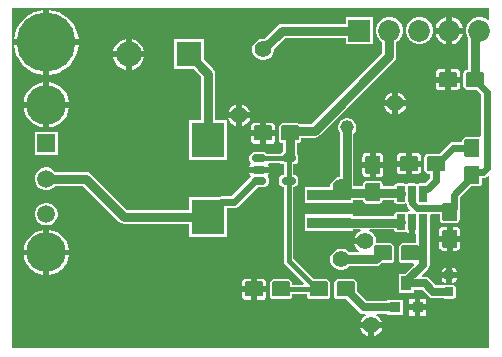
<source format=gbr>
%TF.GenerationSoftware,Altium Limited,Altium Designer,24.0.1 (36)*%
G04 Layer_Physical_Order=1*
G04 Layer_Color=255*
%FSLAX45Y45*%
%MOMM*%
%TF.SameCoordinates,EA0AF7FB-948C-45CD-8237-9CE77542C851*%
%TF.FilePolarity,Positive*%
%TF.FileFunction,Copper,L1,Top,Signal*%
%TF.Part,Single*%
G01*
G75*
%TA.AperFunction,SMDPad,CuDef*%
G04:AMPARAMS|DCode=10|XSize=1.524mm|YSize=1.27mm|CornerRadius=0.09525mm|HoleSize=0mm|Usage=FLASHONLY|Rotation=0.000|XOffset=0mm|YOffset=0mm|HoleType=Round|Shape=RoundedRectangle|*
%AMROUNDEDRECTD10*
21,1,1.52400,1.07950,0,0,0.0*
21,1,1.33350,1.27000,0,0,0.0*
1,1,0.19050,0.66675,-0.53975*
1,1,0.19050,-0.66675,-0.53975*
1,1,0.19050,-0.66675,0.53975*
1,1,0.19050,0.66675,0.53975*
%
%ADD10ROUNDEDRECTD10*%
G04:AMPARAMS|DCode=11|XSize=0.762mm|YSize=0.762mm|CornerRadius=0.0381mm|HoleSize=0mm|Usage=FLASHONLY|Rotation=90.000|XOffset=0mm|YOffset=0mm|HoleType=Round|Shape=RoundedRectangle|*
%AMROUNDEDRECTD11*
21,1,0.76200,0.68580,0,0,90.0*
21,1,0.68580,0.76200,0,0,90.0*
1,1,0.07620,0.34290,0.34290*
1,1,0.07620,0.34290,-0.34290*
1,1,0.07620,-0.34290,-0.34290*
1,1,0.07620,-0.34290,0.34290*
%
%ADD11ROUNDEDRECTD11*%
%ADD12R,0.91440X0.91440*%
%ADD13R,0.91440X1.27000*%
%ADD14R,3.70000X0.97000*%
G04:AMPARAMS|DCode=15|XSize=0.7mm|YSize=1.3mm|CornerRadius=0.0525mm|HoleSize=0mm|Usage=FLASHONLY|Rotation=180.000|XOffset=0mm|YOffset=0mm|HoleType=Round|Shape=RoundedRectangle|*
%AMROUNDEDRECTD15*
21,1,0.70000,1.19500,0,0,180.0*
21,1,0.59500,1.30000,0,0,180.0*
1,1,0.10500,-0.29750,0.59750*
1,1,0.10500,0.29750,0.59750*
1,1,0.10500,0.29750,-0.59750*
1,1,0.10500,-0.29750,-0.59750*
%
%ADD15ROUNDEDRECTD15*%
G04:AMPARAMS|DCode=16|XSize=1.524mm|YSize=1.27mm|CornerRadius=0.09525mm|HoleSize=0mm|Usage=FLASHONLY|Rotation=90.000|XOffset=0mm|YOffset=0mm|HoleType=Round|Shape=RoundedRectangle|*
%AMROUNDEDRECTD16*
21,1,1.52400,1.07950,0,0,90.0*
21,1,1.33350,1.27000,0,0,90.0*
1,1,0.19050,0.53975,0.66675*
1,1,0.19050,0.53975,-0.66675*
1,1,0.19050,-0.53975,-0.66675*
1,1,0.19050,-0.53975,0.66675*
%
%ADD16ROUNDEDRECTD16*%
G04:AMPARAMS|DCode=17|XSize=1.22mm|YSize=0.6mm|CornerRadius=0.15mm|HoleSize=0mm|Usage=FLASHONLY|Rotation=0.000|XOffset=0mm|YOffset=0mm|HoleType=Round|Shape=RoundedRectangle|*
%AMROUNDEDRECTD17*
21,1,1.22000,0.30000,0,0,0.0*
21,1,0.92000,0.60000,0,0,0.0*
1,1,0.30000,0.46000,-0.15000*
1,1,0.30000,-0.46000,-0.15000*
1,1,0.30000,-0.46000,0.15000*
1,1,0.30000,0.46000,0.15000*
%
%ADD17ROUNDEDRECTD17*%
%ADD18R,2.80000X3.00000*%
%TA.AperFunction,Conductor*%
%ADD19C,0.75000*%
%ADD20C,0.40000*%
%ADD21C,0.70000*%
%ADD22C,0.60000*%
%ADD23C,0.50000*%
%TA.AperFunction,ComponentPad*%
%ADD24R,1.51500X1.51500*%
%ADD25C,1.51500*%
%ADD26C,3.36000*%
%ADD27C,1.85000*%
%ADD28R,1.85000X1.85000*%
%ADD29R,2.15000X2.15000*%
%ADD30C,2.15000*%
%ADD31C,5.00000*%
%TA.AperFunction,ViaPad*%
%ADD32C,1.40000*%
%ADD33C,1.15000*%
G36*
X4099374Y2842319D02*
X4087641Y2837459D01*
X4085077Y2840023D01*
X4059423Y2854833D01*
X4030811Y2862500D01*
X4001189D01*
X3972577Y2854833D01*
X3946924Y2840023D01*
X3925978Y2819077D01*
X3911167Y2793423D01*
X3903500Y2764811D01*
Y2735189D01*
X3911167Y2706577D01*
X3920410Y2690566D01*
X3918599Y2681460D01*
Y2419279D01*
X3910550D01*
X3899031Y2416987D01*
X3889264Y2410462D01*
X3882739Y2400695D01*
X3880447Y2389176D01*
Y2281226D01*
X3882739Y2269706D01*
X3889264Y2259939D01*
X3899031Y2253414D01*
X3910550Y2251122D01*
X3989208D01*
X4029521Y2210809D01*
Y1859964D01*
X4016821Y1851708D01*
X4010906Y1852884D01*
X3902956D01*
X3891436Y1850593D01*
X3881670Y1844067D01*
X3875144Y1834301D01*
X3872853Y1822781D01*
Y1807086D01*
X3791831D01*
X3772322Y1803205D01*
X3755783Y1792154D01*
X3671708Y1708079D01*
X3580350D01*
X3568831Y1705787D01*
X3559064Y1699262D01*
X3552539Y1689495D01*
X3550247Y1677976D01*
Y1570026D01*
X3552539Y1558506D01*
X3559064Y1548739D01*
X3568831Y1542214D01*
X3580350Y1539922D01*
X3596046D01*
Y1499317D01*
X3552709Y1455980D01*
X3543826D01*
X3541387Y1455495D01*
X3509075D01*
X3499223Y1453536D01*
X3491326Y1448258D01*
X3483428Y1453536D01*
X3473575Y1455495D01*
X3414075D01*
X3404223Y1453536D01*
X3396325Y1448258D01*
X3388428Y1453536D01*
X3378575Y1455495D01*
X3319075D01*
X3309223Y1453536D01*
X3300871Y1447955D01*
X3295290Y1439603D01*
X3294370Y1434977D01*
X3197704D01*
Y1449376D01*
X3195412Y1460895D01*
X3188887Y1470662D01*
X3179120Y1477187D01*
X3167600Y1479479D01*
X3059650D01*
X3048131Y1477187D01*
X3038364Y1470662D01*
X3031839Y1460895D01*
X3029547Y1449376D01*
Y1430477D01*
X2949787D01*
Y1874985D01*
X2957615Y1882814D01*
X2967819Y1900486D01*
X2973100Y1920197D01*
Y1940603D01*
X2967819Y1960314D01*
X2957615Y1977986D01*
X2943186Y1992415D01*
X2925514Y2002619D01*
X2905803Y2007900D01*
X2885397D01*
X2865686Y2002619D01*
X2848014Y1992415D01*
X2833585Y1977986D01*
X2823381Y1960314D01*
X2818100Y1940603D01*
Y1920197D01*
X2823381Y1900486D01*
X2832534Y1884634D01*
Y1512288D01*
X2810061Y1506266D01*
X2789539Y1494418D01*
X2772782Y1477661D01*
X2760934Y1457139D01*
X2754800Y1434249D01*
Y1429501D01*
X2538660D01*
Y1292501D01*
X2948660D01*
Y1313224D01*
X3030104D01*
X3031839Y1304506D01*
X3038364Y1294739D01*
X3048131Y1288214D01*
X3059650Y1285922D01*
X3167600D01*
X3179120Y1288214D01*
X3188887Y1294739D01*
X3195412Y1304506D01*
X3197704Y1316026D01*
Y1317724D01*
X3293331D01*
Y1310251D01*
X3295290Y1300398D01*
X3300871Y1292046D01*
X3309223Y1286466D01*
X3319075Y1284506D01*
X3378575D01*
X3385741Y1285931D01*
X3388690Y1286281D01*
X3399581Y1278644D01*
X3401727Y1267858D01*
X3412778Y1251319D01*
X3431771Y1232326D01*
X3426911Y1220593D01*
X3414075D01*
X3402273Y1218245D01*
X3392267Y1211560D01*
X3391587Y1211424D01*
X3388428Y1213536D01*
X3378575Y1215495D01*
X3319075D01*
X3309223Y1213536D01*
X3300871Y1207955D01*
X3295290Y1199603D01*
X3293331Y1189750D01*
Y1183627D01*
X2948660D01*
Y1193501D01*
X2538660D01*
Y1056501D01*
X2948660D01*
Y1066374D01*
X3009467D01*
X3011331Y1053726D01*
X2989669Y1041219D01*
X2971981Y1023531D01*
X2959474Y1001868D01*
X2956348Y990200D01*
X3048000D01*
Y940200D01*
X2956348D01*
X2959474Y928532D01*
X2971981Y906869D01*
X2989669Y889181D01*
X2998424Y884127D01*
X2995021Y871427D01*
X2913452D01*
X2900061Y884818D01*
X2879539Y896666D01*
X2856649Y902800D01*
X2832951D01*
X2810061Y896666D01*
X2789539Y884818D01*
X2772782Y868061D01*
X2760934Y847539D01*
X2754800Y824649D01*
Y800951D01*
X2760934Y778061D01*
X2772782Y757539D01*
X2789539Y740782D01*
X2810061Y728934D01*
X2832951Y722800D01*
X2856649D01*
X2879539Y728934D01*
X2900061Y740782D01*
X2913452Y754173D01*
X3136900D01*
X3159335Y758636D01*
X3178355Y771345D01*
X3186532Y779522D01*
X3267075D01*
X3278595Y781813D01*
X3288361Y788339D01*
X3294887Y798105D01*
X3297178Y809625D01*
Y917575D01*
X3294887Y929095D01*
X3288361Y938861D01*
X3278595Y945387D01*
X3267075Y947678D01*
X3146848D01*
X3143000Y952693D01*
Y977707D01*
X3136526Y1001868D01*
X3124019Y1023531D01*
X3106331Y1041219D01*
X3084669Y1053726D01*
X3086533Y1066374D01*
X3294102D01*
X3295290Y1060398D01*
X3300871Y1052046D01*
X3309223Y1046466D01*
X3319075Y1044506D01*
X3378575D01*
X3388428Y1046466D01*
X3391587Y1048577D01*
X3392267Y1048441D01*
X3402273Y1041756D01*
X3414075Y1039408D01*
X3418826D01*
Y1130001D01*
X3468825D01*
Y1039408D01*
X3473575D01*
X3482748Y1031880D01*
Y947678D01*
X3362325D01*
X3350805Y945387D01*
X3341039Y938861D01*
X3334513Y929095D01*
X3332222Y917575D01*
Y809625D01*
X3334513Y798105D01*
X3341039Y788339D01*
X3350805Y781813D01*
X3362325Y779522D01*
X3454763D01*
X3459623Y767788D01*
X3384935Y693100D01*
X3332800D01*
Y526100D01*
X3464240D01*
Y553523D01*
X3532772D01*
X3586197Y500097D01*
X3604390Y487941D01*
X3625850Y483673D01*
X3714661D01*
X3715620Y483032D01*
X3724910Y481184D01*
X3793490D01*
X3802780Y483032D01*
X3810656Y488294D01*
X3815918Y496170D01*
X3817766Y505460D01*
Y574040D01*
X3815918Y583330D01*
X3810656Y591206D01*
X3802780Y596468D01*
X3793490Y598316D01*
X3724910D01*
X3715620Y596468D01*
X3714661Y595827D01*
X3649078D01*
X3595653Y649253D01*
X3577460Y661409D01*
X3556000Y665677D01*
X3532716D01*
X3527856Y677411D01*
X3578478Y728033D01*
X3590634Y746226D01*
X3594903Y767685D01*
Y863600D01*
Y1130001D01*
X3594320Y1132930D01*
Y1189750D01*
X3604983Y1201240D01*
X3679712D01*
Y1150926D01*
X3682004Y1139406D01*
X3688530Y1129639D01*
X3698296Y1123114D01*
X3709816Y1120822D01*
X3817766D01*
X3829286Y1123114D01*
X3839052Y1129639D01*
X3845578Y1139406D01*
X3847869Y1150926D01*
Y1249083D01*
X3848270Y1251101D01*
Y1334050D01*
X3944948Y1430728D01*
X4010906D01*
X4022426Y1433019D01*
X4032192Y1439545D01*
X4038718Y1449311D01*
X4041009Y1460831D01*
Y1498420D01*
X4045353D01*
X4064862Y1502301D01*
X4081401Y1513352D01*
X4087641Y1519592D01*
X4099374Y1514731D01*
Y750000D01*
Y58627D01*
X58627D01*
Y2941374D01*
X4099374D01*
Y2842319D01*
D02*
G37*
%LPC*%
G36*
X3787000Y2864946D02*
Y2775000D01*
X3876946D01*
X3871493Y2795353D01*
X3856024Y2822147D01*
X3834147Y2844024D01*
X3807353Y2859493D01*
X3787000Y2864946D01*
D02*
G37*
G36*
X3737000D02*
X3716647Y2859493D01*
X3689853Y2844024D01*
X3667977Y2822147D01*
X3652508Y2795353D01*
X3647054Y2775000D01*
X3737000D01*
Y2864946D01*
D02*
G37*
G36*
X375000Y2924468D02*
Y2675000D01*
X624468D01*
X618229Y2714396D01*
X604852Y2755563D01*
X585201Y2794132D01*
X559758Y2829151D01*
X529151Y2859758D01*
X494132Y2885201D01*
X455563Y2904852D01*
X414396Y2918229D01*
X375000Y2924468D01*
D02*
G37*
G36*
X325000D02*
X285604Y2918229D01*
X244437Y2904852D01*
X205869Y2885201D01*
X170850Y2859758D01*
X140242Y2829151D01*
X114799Y2794132D01*
X95148Y2755563D01*
X81771Y2714396D01*
X75532Y2675000D01*
X325000D01*
Y2924468D01*
D02*
G37*
G36*
X3522811Y2862500D02*
X3493189D01*
X3464577Y2854833D01*
X3438924Y2840023D01*
X3417978Y2819077D01*
X3403167Y2793423D01*
X3395500Y2764811D01*
Y2735189D01*
X3403167Y2706577D01*
X3417978Y2680924D01*
X3438924Y2659978D01*
X3464577Y2645167D01*
X3493189Y2637500D01*
X3522811D01*
X3551423Y2645167D01*
X3577077Y2659978D01*
X3598023Y2680924D01*
X3612833Y2706577D01*
X3620500Y2735189D01*
Y2764811D01*
X3612833Y2793423D01*
X3598023Y2819077D01*
X3577077Y2840023D01*
X3551423Y2854833D01*
X3522811Y2862500D01*
D02*
G37*
G36*
X3112500D02*
X2887500D01*
Y2808627D01*
X2343600D01*
X2321165Y2804164D01*
X2302145Y2791455D01*
X2191490Y2680800D01*
X2172551D01*
X2149661Y2674666D01*
X2129139Y2662818D01*
X2112382Y2646061D01*
X2100534Y2625539D01*
X2094400Y2602649D01*
Y2578951D01*
X2100534Y2556061D01*
X2112382Y2535539D01*
X2129139Y2518782D01*
X2149661Y2506934D01*
X2172551Y2500800D01*
X2196249D01*
X2219139Y2506934D01*
X2239661Y2518782D01*
X2256418Y2535539D01*
X2268266Y2556061D01*
X2274400Y2578951D01*
Y2597890D01*
X2367884Y2691374D01*
X2887500D01*
Y2637500D01*
X3112500D01*
Y2862500D01*
D02*
G37*
G36*
X3876946Y2725000D02*
X3787000D01*
Y2635054D01*
X3807353Y2640508D01*
X3834147Y2655977D01*
X3856024Y2677853D01*
X3871493Y2704647D01*
X3876946Y2725000D01*
D02*
G37*
G36*
X3737000D02*
X3647054D01*
X3652508Y2704647D01*
X3667977Y2677853D01*
X3689853Y2655977D01*
X3716647Y2640508D01*
X3737000Y2635054D01*
Y2725000D01*
D02*
G37*
G36*
X1071000Y2680475D02*
Y2575000D01*
X1176475D01*
X1169470Y2601143D01*
X1152026Y2631357D01*
X1127357Y2656026D01*
X1097143Y2673470D01*
X1071000Y2680475D01*
D02*
G37*
G36*
X1021000D02*
X994857Y2673470D01*
X964643Y2656026D01*
X939974Y2631357D01*
X922530Y2601143D01*
X915525Y2575000D01*
X1021000D01*
Y2680475D01*
D02*
G37*
G36*
X1176475Y2525000D02*
X1071000D01*
Y2419525D01*
X1097143Y2426530D01*
X1127357Y2443974D01*
X1152026Y2468643D01*
X1169470Y2498857D01*
X1176475Y2525000D01*
D02*
G37*
G36*
X1021000D02*
X915525D01*
X922530Y2498857D01*
X939974Y2468643D01*
X964643Y2443974D01*
X994857Y2426530D01*
X1021000Y2419525D01*
Y2525000D01*
D02*
G37*
G36*
X624468Y2625000D02*
X375000D01*
Y2375532D01*
X414396Y2381771D01*
X455563Y2395148D01*
X494132Y2414799D01*
X529151Y2440242D01*
X559758Y2470850D01*
X585201Y2505868D01*
X604852Y2544437D01*
X618229Y2585604D01*
X624468Y2625000D01*
D02*
G37*
G36*
X325000D02*
X75532D01*
X81771Y2585604D01*
X95148Y2544437D01*
X114799Y2505868D01*
X140242Y2470850D01*
X170850Y2440242D01*
X205869Y2414799D01*
X244437Y2395148D01*
X285604Y2381771D01*
X325000Y2375532D01*
Y2625000D01*
D02*
G37*
G36*
X3815300Y2424377D02*
X3773625D01*
Y2360201D01*
X3850502D01*
Y2389176D01*
X3847822Y2402646D01*
X3840192Y2414067D01*
X3828771Y2421697D01*
X3815300Y2424377D01*
D02*
G37*
G36*
X3723626D02*
X3681950D01*
X3668480Y2421697D01*
X3657059Y2414067D01*
X3649429Y2402646D01*
X3646749Y2389176D01*
Y2360201D01*
X3723626D01*
Y2424377D01*
D02*
G37*
G36*
X3850502Y2310201D02*
X3773625D01*
Y2246024D01*
X3815300D01*
X3828771Y2248704D01*
X3840192Y2256334D01*
X3847822Y2267755D01*
X3850502Y2281226D01*
Y2310201D01*
D02*
G37*
G36*
X3723626D02*
X3646749D01*
Y2281226D01*
X3649429Y2267755D01*
X3657059Y2256334D01*
X3668480Y2248704D01*
X3681950Y2246024D01*
X3723626D01*
Y2310201D01*
D02*
G37*
G36*
X3327000Y2225252D02*
Y2158600D01*
X3393652D01*
X3390526Y2170268D01*
X3378019Y2191931D01*
X3360331Y2209619D01*
X3338668Y2222126D01*
X3327000Y2225252D01*
D02*
G37*
G36*
X3277000D02*
X3265332Y2222126D01*
X3243669Y2209619D01*
X3225981Y2191931D01*
X3213474Y2170268D01*
X3210348Y2158600D01*
X3277000D01*
Y2225252D01*
D02*
G37*
G36*
X375000Y2313223D02*
Y2146415D01*
X541808D01*
X535583Y2177711D01*
X521035Y2212835D01*
X499913Y2244445D01*
X473030Y2271328D01*
X441420Y2292449D01*
X406296Y2306998D01*
X375000Y2313223D01*
D02*
G37*
G36*
X325000Y2313223D02*
X293704Y2306998D01*
X258580Y2292449D01*
X226970Y2271328D01*
X200087Y2244445D01*
X178966Y2212835D01*
X164417Y2177711D01*
X158192Y2146415D01*
X325000D01*
Y2313223D01*
D02*
G37*
G36*
X2006200Y2123652D02*
Y2057000D01*
X2072852D01*
X2069726Y2068668D01*
X2057219Y2090331D01*
X2039531Y2108019D01*
X2017868Y2120526D01*
X2006200Y2123652D01*
D02*
G37*
G36*
X1956200D02*
X1944532Y2120526D01*
X1922869Y2108019D01*
X1905181Y2090331D01*
X1892674Y2068668D01*
X1889548Y2057000D01*
X1956200D01*
Y2123652D01*
D02*
G37*
G36*
X3393652Y2108600D02*
X3327000D01*
Y2041948D01*
X3338668Y2045074D01*
X3360331Y2057581D01*
X3378019Y2075269D01*
X3390526Y2096932D01*
X3393652Y2108600D01*
D02*
G37*
G36*
X3277000D02*
X3210348D01*
X3213474Y2096932D01*
X3225981Y2075269D01*
X3243669Y2057581D01*
X3265332Y2045074D01*
X3277000Y2041948D01*
Y2108600D01*
D02*
G37*
G36*
X3268811Y2862500D02*
X3239189D01*
X3210577Y2854833D01*
X3184924Y2840023D01*
X3163978Y2819077D01*
X3149167Y2793423D01*
X3141500Y2764811D01*
Y2735189D01*
X3149167Y2706577D01*
X3163978Y2680924D01*
X3184924Y2659978D01*
X3195374Y2653944D01*
Y2560218D01*
X2597183Y1962027D01*
X2487976D01*
X2479675Y1963678D01*
X2346325D01*
X2334805Y1961387D01*
X2325039Y1954861D01*
X2318513Y1945095D01*
X2316222Y1933575D01*
Y1825625D01*
X2318513Y1814105D01*
X2325039Y1804339D01*
X2334805Y1797813D01*
X2346325Y1795522D01*
X2354373D01*
Y1727884D01*
X2346145Y1719656D01*
X2344359Y1716983D01*
X2340269Y1716170D01*
X2329515Y1708984D01*
X2221336D01*
X2210582Y1716170D01*
X2196926Y1718886D01*
X2104926D01*
X2091269Y1716170D01*
X2079692Y1708434D01*
X2071956Y1696857D01*
X2069240Y1683201D01*
Y1653201D01*
X2071956Y1639544D01*
X2079692Y1627967D01*
X2075192Y1615699D01*
X2067247Y1603808D01*
X2066131Y1598201D01*
X2235720D01*
X2234605Y1603808D01*
X2227315Y1614717D01*
X2230000Y1623164D01*
X2232941Y1627417D01*
X2329515D01*
X2340269Y1620231D01*
X2353925Y1617515D01*
X2359142D01*
Y1528886D01*
X2353925D01*
X2340269Y1526170D01*
X2328692Y1518434D01*
X2320956Y1506857D01*
X2318240Y1493200D01*
Y1463201D01*
X2320956Y1449544D01*
X2328692Y1437967D01*
X2340269Y1430231D01*
X2353925Y1427515D01*
X2359142D01*
Y800476D01*
X2359142Y800475D01*
X2362246Y784867D01*
X2371087Y771636D01*
X2531406Y611317D01*
X2526546Y599584D01*
X2433578D01*
Y612775D01*
X2431287Y624295D01*
X2424761Y634061D01*
X2414995Y640587D01*
X2403475Y642878D01*
X2270125D01*
X2258605Y640587D01*
X2248839Y634061D01*
X2242313Y624295D01*
X2240022Y612775D01*
Y504825D01*
X2242313Y493305D01*
X2248839Y483539D01*
X2258605Y477013D01*
X2270125Y474722D01*
X2403475D01*
X2414995Y477013D01*
X2424761Y483539D01*
X2431287Y493305D01*
X2433578Y504825D01*
Y518016D01*
X2557522D01*
Y504825D01*
X2559813Y493305D01*
X2566339Y483539D01*
X2576105Y477013D01*
X2587625Y474722D01*
X2720975D01*
X2732495Y477013D01*
X2742261Y483539D01*
X2748787Y493305D01*
X2751078Y504825D01*
Y612775D01*
X2748787Y624295D01*
X2742261Y634061D01*
X2732495Y640587D01*
X2720975Y642878D01*
X2615198D01*
X2440709Y817368D01*
Y1427515D01*
X2445925D01*
X2459582Y1430231D01*
X2471159Y1437967D01*
X2478894Y1449544D01*
X2481611Y1463201D01*
Y1493200D01*
X2478894Y1506857D01*
X2471159Y1518434D01*
X2459582Y1526170D01*
X2445925Y1528886D01*
X2440709D01*
Y1617515D01*
X2445925D01*
X2459582Y1620231D01*
X2471159Y1627967D01*
X2478894Y1639544D01*
X2481611Y1653201D01*
Y1683201D01*
X2478894Y1696857D01*
X2471627Y1707734D01*
Y1795522D01*
X2479675D01*
X2491195Y1797813D01*
X2500961Y1804339D01*
X2507487Y1814105D01*
X2509778Y1825625D01*
Y1844774D01*
X2621466D01*
X2643902Y1849237D01*
X2662922Y1861945D01*
X3295455Y2494479D01*
X3308164Y2513499D01*
X3312627Y2535934D01*
Y2653944D01*
X3323077Y2659978D01*
X3344023Y2680924D01*
X3358833Y2706577D01*
X3366500Y2735189D01*
Y2764811D01*
X3358833Y2793423D01*
X3344023Y2819077D01*
X3323077Y2840023D01*
X3297423Y2854833D01*
X3268811Y2862500D01*
D02*
G37*
G36*
X2072852Y2007000D02*
X2006200D01*
Y1940348D01*
X2017868Y1943474D01*
X2039531Y1955981D01*
X2057219Y1973669D01*
X2069726Y1995332D01*
X2072852Y2007000D01*
D02*
G37*
G36*
X1956200D02*
X1889548D01*
X1892674Y1995332D01*
X1905181Y1973669D01*
X1922869Y1955981D01*
X1944532Y1943474D01*
X1956200Y1940348D01*
Y2007000D01*
D02*
G37*
G36*
X325000Y2096415D02*
X158192D01*
X164417Y2065119D01*
X178966Y2029995D01*
X200087Y1998385D01*
X226970Y1971502D01*
X258580Y1950380D01*
X293704Y1935832D01*
X325000Y1929607D01*
Y2096415D01*
D02*
G37*
G36*
X541808D02*
X375000D01*
Y1929607D01*
X406296Y1935832D01*
X441420Y1950380D01*
X473030Y1971502D01*
X499913Y1998385D01*
X521035Y2029995D01*
X535583Y2065119D01*
X541808Y2096415D01*
D02*
G37*
G36*
X2251075Y1968776D02*
X2209400D01*
Y1904600D01*
X2286276D01*
Y1933575D01*
X2283597Y1947046D01*
X2275966Y1958466D01*
X2264546Y1966097D01*
X2251075Y1968776D01*
D02*
G37*
G36*
X2159400D02*
X2117725D01*
X2104254Y1966097D01*
X2092834Y1958466D01*
X2085203Y1947046D01*
X2082524Y1933575D01*
Y1904600D01*
X2159400D01*
Y1968776D01*
D02*
G37*
G36*
X2286276Y1854600D02*
X2209400D01*
Y1790424D01*
X2251075D01*
X2264546Y1793103D01*
X2275966Y1800734D01*
X2283597Y1812154D01*
X2286276Y1825625D01*
Y1854600D01*
D02*
G37*
G36*
X2159400D02*
X2082524D01*
Y1825625D01*
X2085203Y1812154D01*
X2092834Y1800734D01*
X2104254Y1793103D01*
X2117725Y1790424D01*
X2159400D01*
Y1854600D01*
D02*
G37*
G36*
X445750Y1892165D02*
X254250D01*
Y1700665D01*
X445750D01*
Y1892165D01*
D02*
G37*
G36*
X1681500Y2677500D02*
X1426500D01*
Y2422500D01*
X1598589D01*
X1661374Y2359716D01*
Y1995000D01*
X1560000D01*
Y1655000D01*
X1880000D01*
Y1995000D01*
X1778627D01*
Y2384000D01*
X1774164Y2406435D01*
X1761455Y2425455D01*
X1681500Y2505411D01*
Y2677500D01*
D02*
G37*
G36*
X3485100Y1713177D02*
X3443425D01*
Y1649001D01*
X3520302D01*
Y1677976D01*
X3517622Y1691446D01*
X3509992Y1702867D01*
X3498571Y1710497D01*
X3485100Y1713177D01*
D02*
G37*
G36*
X3393426D02*
X3351750D01*
X3338280Y1710497D01*
X3326859Y1702867D01*
X3319229Y1691446D01*
X3316549Y1677976D01*
Y1649001D01*
X3393426D01*
Y1713177D01*
D02*
G37*
G36*
X3167600D02*
X3138625D01*
Y1636301D01*
X3202802D01*
Y1677976D01*
X3200122Y1691446D01*
X3192492Y1702867D01*
X3181071Y1710497D01*
X3167600Y1713177D01*
D02*
G37*
G36*
X3088626D02*
X3059650D01*
X3046180Y1710497D01*
X3034759Y1702867D01*
X3027129Y1691446D01*
X3024449Y1677976D01*
Y1636301D01*
X3088626D01*
Y1713177D01*
D02*
G37*
G36*
X3520302Y1599001D02*
X3443425D01*
Y1534824D01*
X3485100D01*
X3498571Y1537504D01*
X3509992Y1545134D01*
X3517622Y1556555D01*
X3520302Y1570026D01*
Y1599001D01*
D02*
G37*
G36*
X3393426D02*
X3316549D01*
Y1570026D01*
X3319229Y1556555D01*
X3326859Y1545134D01*
X3338280Y1537504D01*
X3351750Y1534824D01*
X3393426D01*
Y1599001D01*
D02*
G37*
G36*
X3202802Y1586301D02*
X3138625D01*
Y1509424D01*
X3167600D01*
X3181071Y1512104D01*
X3192492Y1519734D01*
X3200122Y1531155D01*
X3202802Y1544626D01*
Y1586301D01*
D02*
G37*
G36*
X3088626D02*
X3024449D01*
Y1544626D01*
X3027129Y1531155D01*
X3034759Y1519734D01*
X3046180Y1512104D01*
X3059650Y1509424D01*
X3088626D01*
Y1586301D01*
D02*
G37*
G36*
X362606Y1292165D02*
X337394D01*
X313042Y1285639D01*
X291208Y1273034D01*
X273381Y1255207D01*
X260775Y1233373D01*
X254250Y1209020D01*
Y1183809D01*
X260775Y1159457D01*
X273381Y1137623D01*
X291208Y1119796D01*
X313042Y1107190D01*
X337394Y1100665D01*
X362606D01*
X386958Y1107190D01*
X408792Y1119796D01*
X426619Y1137623D01*
X439225Y1159457D01*
X445750Y1183809D01*
Y1209020D01*
X439225Y1233373D01*
X426619Y1255207D01*
X408792Y1273034D01*
X386958Y1285639D01*
X362606Y1292165D01*
D02*
G37*
G36*
X3817766Y1090877D02*
X3788791D01*
Y1014001D01*
X3852967D01*
Y1055676D01*
X3850288Y1069146D01*
X3842657Y1080567D01*
X3831237Y1088197D01*
X3817766Y1090877D01*
D02*
G37*
G36*
X3738791D02*
X3709816D01*
X3696345Y1088197D01*
X3684925Y1080567D01*
X3677294Y1069146D01*
X3674614Y1055676D01*
Y1014001D01*
X3738791D01*
Y1090877D01*
D02*
G37*
G36*
X362606Y1592165D02*
X337394D01*
X313042Y1585639D01*
X291208Y1573034D01*
X273381Y1555207D01*
X260775Y1533373D01*
X254250Y1509021D01*
Y1483809D01*
X260775Y1459457D01*
X273381Y1437623D01*
X291208Y1419796D01*
X313042Y1407190D01*
X337394Y1400665D01*
X362606D01*
X386958Y1407190D01*
X408792Y1419796D01*
X426619Y1437623D01*
X426715Y1437788D01*
X663701D01*
X967945Y1133545D01*
X986965Y1120836D01*
X1009400Y1116373D01*
X1560000D01*
Y1005000D01*
X1880000D01*
Y1244020D01*
X1936725D01*
X1956234Y1247901D01*
X1972773Y1258952D01*
X2141042Y1427221D01*
X2150926D01*
X2152403Y1427515D01*
X2196926D01*
X2210582Y1430231D01*
X2222159Y1437967D01*
X2229895Y1449544D01*
X2232611Y1463201D01*
Y1493200D01*
X2229895Y1506857D01*
X2222159Y1518434D01*
X2226659Y1530702D01*
X2234605Y1542593D01*
X2235720Y1548201D01*
X2066131D01*
X2067247Y1542593D01*
X2075192Y1530702D01*
X2079692Y1518434D01*
X2071956Y1506857D01*
X2070832Y1501203D01*
X1915609Y1345980D01*
X1830000D01*
X1825075Y1345000D01*
X1560000D01*
Y1233626D01*
X1033684D01*
X729440Y1537870D01*
X710420Y1550579D01*
X687985Y1555041D01*
X426715D01*
X426619Y1555207D01*
X408792Y1573034D01*
X386958Y1585639D01*
X362606Y1592165D01*
D02*
G37*
G36*
X375000Y1063223D02*
Y896415D01*
X541808D01*
X535583Y927711D01*
X521035Y962834D01*
X499913Y994445D01*
X473030Y1021328D01*
X441420Y1042449D01*
X406296Y1056998D01*
X375000Y1063223D01*
D02*
G37*
G36*
X325000D02*
X293704Y1056998D01*
X258580Y1042449D01*
X226970Y1021328D01*
X200087Y994445D01*
X178966Y962834D01*
X164417Y927711D01*
X158192Y896415D01*
X325000D01*
Y1063223D01*
D02*
G37*
G36*
X3852967Y964001D02*
X3788791D01*
Y887124D01*
X3817766D01*
X3831237Y889804D01*
X3842657Y897434D01*
X3850288Y908855D01*
X3852967Y922326D01*
Y964001D01*
D02*
G37*
G36*
X3738791D02*
X3674614D01*
Y922326D01*
X3677294Y908855D01*
X3684925Y897434D01*
X3696345Y889804D01*
X3709816Y887124D01*
X3738791D01*
Y964001D01*
D02*
G37*
G36*
X3793490Y743114D02*
X3784200D01*
Y704450D01*
X3822864D01*
Y713740D01*
X3820628Y724981D01*
X3814261Y734511D01*
X3804731Y740878D01*
X3793490Y743114D01*
D02*
G37*
G36*
X3734200D02*
X3724910D01*
X3713669Y740878D01*
X3704139Y734511D01*
X3697772Y724981D01*
X3695536Y713740D01*
Y704450D01*
X3734200D01*
Y743114D01*
D02*
G37*
G36*
X541808Y846415D02*
X375000D01*
Y679607D01*
X406296Y685832D01*
X441420Y700380D01*
X473030Y721502D01*
X499913Y748385D01*
X521035Y779995D01*
X535583Y815119D01*
X541808Y846415D01*
D02*
G37*
G36*
X325000D02*
X158192D01*
X164417Y815119D01*
X178966Y779995D01*
X200087Y748385D01*
X226970Y721502D01*
X258580Y700380D01*
X293704Y685832D01*
X325000Y679607D01*
Y846415D01*
D02*
G37*
G36*
X3822864Y654450D02*
X3784200D01*
Y615786D01*
X3793490D01*
X3804731Y618022D01*
X3814261Y624389D01*
X3820628Y633919D01*
X3822864Y645160D01*
Y654450D01*
D02*
G37*
G36*
X3734200D02*
X3695536D01*
Y645160D01*
X3697772Y633919D01*
X3704139Y624389D01*
X3713669Y618022D01*
X3724910Y615786D01*
X3734200D01*
Y654450D01*
D02*
G37*
G36*
X2174875Y647976D02*
X2133200D01*
Y583800D01*
X2210076D01*
Y612775D01*
X2207397Y626246D01*
X2199766Y637666D01*
X2188346Y645297D01*
X2174875Y647976D01*
D02*
G37*
G36*
X2083200D02*
X2041525D01*
X2028054Y645297D01*
X2016634Y637666D01*
X2009003Y626246D01*
X2006324Y612775D01*
Y583800D01*
X2083200D01*
Y647976D01*
D02*
G37*
G36*
X2210076Y533800D02*
X2133200D01*
Y469624D01*
X2174875D01*
X2188346Y472303D01*
X2199766Y479934D01*
X2207397Y491354D01*
X2210076Y504825D01*
Y533800D01*
D02*
G37*
G36*
X2083200D02*
X2006324D01*
Y504825D01*
X2009003Y491354D01*
X2016634Y479934D01*
X2028054Y472303D01*
X2041525Y469624D01*
X2083200D01*
Y533800D01*
D02*
G37*
G36*
X3563220Y477120D02*
X3517500D01*
Y431400D01*
X3563220D01*
Y477120D01*
D02*
G37*
G36*
X3467500D02*
X3421780D01*
Y431400D01*
X3467500D01*
Y477120D01*
D02*
G37*
G36*
X2949575Y642878D02*
X2816225D01*
X2804705Y640587D01*
X2794939Y634061D01*
X2788413Y624295D01*
X2786122Y612775D01*
Y504825D01*
X2788413Y493305D01*
X2794939Y483539D01*
X2804705Y477013D01*
X2816225Y474722D01*
X2887673D01*
X2995647Y366747D01*
X3013840Y354591D01*
X3035300Y350323D01*
X3050236D01*
X3053639Y337623D01*
X3040469Y330019D01*
X3022781Y312331D01*
X3010274Y290668D01*
X3007148Y279000D01*
X3190452D01*
X3187326Y290668D01*
X3174819Y312331D01*
X3157131Y330019D01*
X3143961Y337623D01*
X3147364Y350323D01*
X3236280D01*
Y340680D01*
X3367720D01*
Y472120D01*
X3236280D01*
Y462477D01*
X3058528D01*
X2979678Y541327D01*
Y612775D01*
X2977387Y624295D01*
X2970861Y634061D01*
X2961095Y640587D01*
X2949575Y642878D01*
D02*
G37*
G36*
X3563220Y381400D02*
X3517500D01*
Y335680D01*
X3563220D01*
Y381400D01*
D02*
G37*
G36*
X3467500D02*
X3421780D01*
Y335680D01*
X3467500D01*
Y381400D01*
D02*
G37*
G36*
X3190452Y229000D02*
X3123800D01*
Y162348D01*
X3135468Y165474D01*
X3157131Y177981D01*
X3174819Y195669D01*
X3187326Y217332D01*
X3190452Y229000D01*
D02*
G37*
G36*
X3073800D02*
X3007148D01*
X3010274Y217332D01*
X3022781Y195669D01*
X3040469Y177981D01*
X3062132Y165474D01*
X3073800Y162348D01*
Y229000D01*
D02*
G37*
%LPD*%
D10*
X2336800Y558800D02*
D03*
X2108200D02*
D03*
X3429000Y863600D02*
D03*
X3200400D02*
D03*
X2882900Y558800D02*
D03*
X2654300D02*
D03*
X2184400Y1879600D02*
D03*
X2413000D02*
D03*
X3748625Y2335201D02*
D03*
X3977225D02*
D03*
X3418425Y1624001D02*
D03*
X3647025D02*
D03*
D11*
X3759200Y679450D02*
D03*
Y539750D02*
D03*
D12*
X3302000Y406400D02*
D03*
X3492500D02*
D03*
D13*
X3398520Y609600D02*
D03*
D14*
X2743660Y1361001D02*
D03*
Y1125001D02*
D03*
D15*
X3348825Y1370001D02*
D03*
X3538825D02*
D03*
Y1130001D02*
D03*
X3443825D02*
D03*
X3348825D02*
D03*
X3443825Y1370001D02*
D03*
D16*
X3113625Y1611301D02*
D03*
Y1382701D02*
D03*
X3763791Y989001D02*
D03*
Y1217601D02*
D03*
X3956931Y1527506D02*
D03*
Y1756106D02*
D03*
D17*
X2399925Y1668201D02*
D03*
Y1478200D02*
D03*
X2150926D02*
D03*
Y1573201D02*
D03*
Y1668201D02*
D03*
D18*
X1720000Y1175000D02*
D03*
Y1825000D02*
D03*
D19*
X2413000Y1903401D02*
X2621466D01*
X2387600Y1678201D02*
X2413000Y1703601D01*
Y1879600D01*
X2844800Y812800D02*
X3136900D01*
X3187700Y863600D02*
X3200400D01*
X3136900Y812800D02*
X3187700Y863600D01*
X2891160Y1371851D02*
X3102776D01*
X2891160Y1422400D02*
Y1925960D01*
X2844800Y1422400D02*
X2891160D01*
Y1925960D02*
X2895600Y1930400D01*
X2184400Y2590800D02*
X2343600Y2750000D01*
X3000000D01*
X1009400Y1175000D02*
X1720000D01*
X350000Y1496415D02*
X687985D01*
X1009400Y1175000D01*
X2743660Y1125001D02*
X3346326D01*
X3348825Y1127500D01*
Y1130001D01*
X3107275Y1376351D02*
X3346326D01*
X3348825Y1373851D01*
Y1370001D02*
Y1373851D01*
X3102776Y1371851D02*
X3107275Y1376351D01*
X4016000Y2720234D02*
Y2750000D01*
X3977225Y2335201D02*
Y2681460D01*
X4016000Y2720234D01*
X3254000Y2535934D02*
Y2750000D01*
X2621466Y1903401D02*
X3254000Y2535934D01*
X1554000Y2550000D02*
X1720000Y2384000D01*
Y1825000D02*
Y2384000D01*
D20*
X2150926Y1668201D02*
X2397600D01*
X2336800Y558800D02*
X2641600D01*
X2399925Y800475D02*
X2641600Y558800D01*
X2399925Y800475D02*
Y1478200D01*
X2397600Y1668201D02*
X2399925D01*
X2387600Y1678201D02*
X2397600Y1668201D01*
X2399925Y1478200D02*
Y1668201D01*
D21*
X3538825Y767685D02*
Y863600D01*
Y1130001D01*
X3429000Y863600D02*
X3538825D01*
X3398520Y627380D02*
X3538825Y767685D01*
X3398520Y609600D02*
Y627380D01*
X3035300Y406400D02*
X3302000D01*
X2882900Y558800D02*
X3035300Y406400D01*
X3398520Y609600D02*
X3556000D01*
X3625850Y539750D02*
X3759200D01*
X3556000Y609600D02*
X3625850Y539750D01*
D22*
X3448826Y1287367D02*
X3483973Y1252220D01*
X3730291D01*
X3448826Y1287367D02*
Y1365000D01*
X4080500Y1584547D02*
Y2231926D01*
X3977225Y2335201D02*
X4080500Y2231926D01*
X3978825Y1549400D02*
X4045353D01*
X4080500Y1584547D01*
X3956931Y1527506D02*
X3978825Y1549400D01*
X3659725Y1624001D02*
X3791831Y1756106D01*
X3956931D01*
X3647025Y1624001D02*
X3659725D01*
X3797291Y1251101D02*
Y1355166D01*
X3956931Y1514806D02*
Y1527506D01*
X3797291Y1355166D02*
X3956931Y1514806D01*
X3763791Y1217601D02*
X3797291Y1251101D01*
X3763791Y1217601D02*
Y1218720D01*
X3730291Y1252220D02*
X3763791Y1218720D01*
X3443825Y1370001D02*
X3448826Y1365000D01*
X3538825Y1370001D02*
Y1400001D01*
X3647025Y1478201D02*
Y1624001D01*
X3573825Y1405001D02*
X3647025Y1478201D01*
X3543826Y1405001D02*
X3573825D01*
X3538825Y1400001D02*
X3543826Y1405001D01*
X1830000Y1295000D02*
X1936725D01*
X2119925Y1478200D02*
X2150926D01*
X1936725Y1295000D02*
X2119925Y1478200D01*
X1720000Y1185000D02*
X1830000Y1295000D01*
X1720000Y1175000D02*
Y1185000D01*
D23*
X1554000Y2550000D02*
X1604000Y2600000D01*
D24*
X350000Y1796415D02*
D03*
D25*
Y1496415D02*
D03*
Y1196415D02*
D03*
D26*
Y2121415D02*
D03*
Y871415D02*
D03*
D27*
X4016000Y2750000D02*
D03*
X3254000D02*
D03*
X3508000D02*
D03*
X3762000D02*
D03*
D28*
X3000000D02*
D03*
D29*
X1554000Y2550000D02*
D03*
D30*
X1046000D02*
D03*
D31*
X350000Y2650000D02*
D03*
D32*
X3098800Y254000D02*
D03*
X2844800Y812800D02*
D03*
Y1422400D02*
D03*
X2184400Y2590800D02*
D03*
X1981200Y2032000D02*
D03*
X3048000Y965200D02*
D03*
X3302000Y2133600D02*
D03*
D33*
X2895600Y1930400D02*
D03*
%TF.MD5,a01e8e078507ff84d4f8b71766be6dcc*%
M02*

</source>
